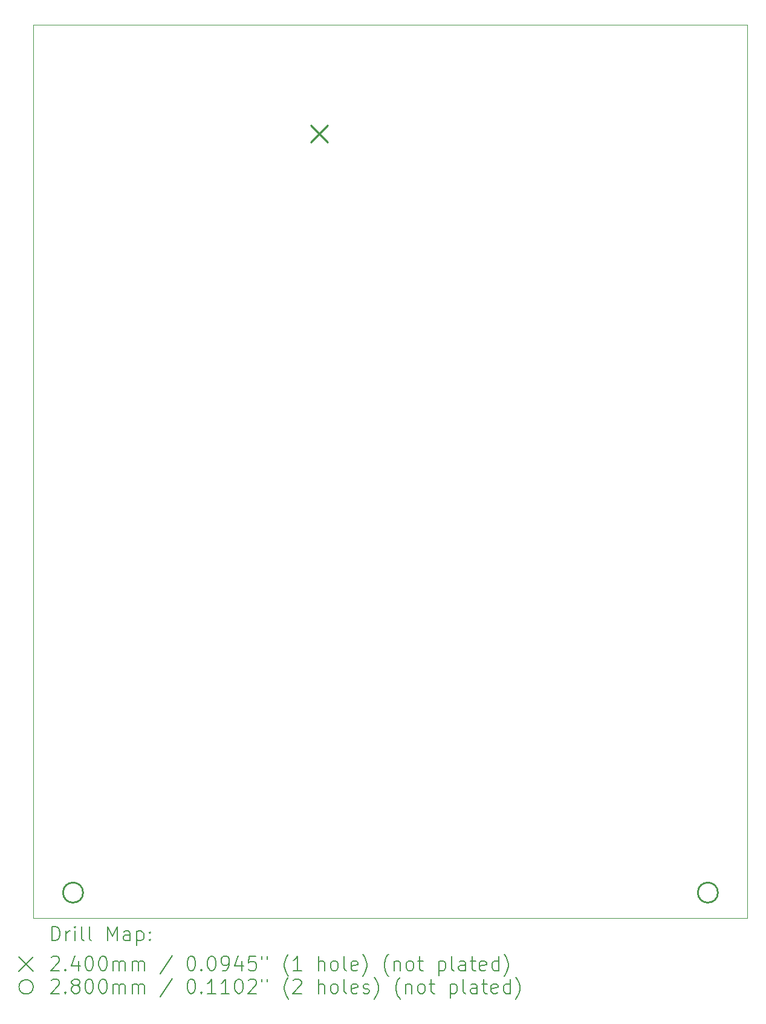
<source format=gbr>
%TF.GenerationSoftware,KiCad,Pcbnew,8.0.2*%
%TF.CreationDate,2025-02-22T15:39:26+01:00*%
%TF.ProjectId,enclosure,656e636c-6f73-4757-9265-2e6b69636164,1.0.0*%
%TF.SameCoordinates,Original*%
%TF.FileFunction,Drillmap*%
%TF.FilePolarity,Positive*%
%FSLAX45Y45*%
G04 Gerber Fmt 4.5, Leading zero omitted, Abs format (unit mm)*
G04 Created by KiCad (PCBNEW 8.0.2) date 2025-02-22 15:39:26*
%MOMM*%
%LPD*%
G01*
G04 APERTURE LIST*
%ADD10C,0.050000*%
%ADD11C,0.200000*%
%ADD12C,0.240000*%
%ADD13C,0.280000*%
G04 APERTURE END LIST*
D10*
X15000000Y-3975000D02*
X25000000Y-3975000D01*
X25000000Y-16475000D01*
X15000000Y-16475000D01*
X15000000Y-3975000D01*
D11*
D12*
X18880000Y-5380000D02*
X19120000Y-5620000D01*
X19120000Y-5380000D02*
X18880000Y-5620000D01*
D13*
X15695000Y-16118000D02*
G75*
G02*
X15415000Y-16118000I-140000J0D01*
G01*
X15415000Y-16118000D02*
G75*
G02*
X15695000Y-16118000I140000J0D01*
G01*
X24585000Y-16118000D02*
G75*
G02*
X24305000Y-16118000I-140000J0D01*
G01*
X24305000Y-16118000D02*
G75*
G02*
X24585000Y-16118000I140000J0D01*
G01*
D11*
X15258277Y-16788984D02*
X15258277Y-16588984D01*
X15258277Y-16588984D02*
X15305896Y-16588984D01*
X15305896Y-16588984D02*
X15334467Y-16598508D01*
X15334467Y-16598508D02*
X15353515Y-16617555D01*
X15353515Y-16617555D02*
X15363039Y-16636603D01*
X15363039Y-16636603D02*
X15372562Y-16674698D01*
X15372562Y-16674698D02*
X15372562Y-16703269D01*
X15372562Y-16703269D02*
X15363039Y-16741365D01*
X15363039Y-16741365D02*
X15353515Y-16760412D01*
X15353515Y-16760412D02*
X15334467Y-16779460D01*
X15334467Y-16779460D02*
X15305896Y-16788984D01*
X15305896Y-16788984D02*
X15258277Y-16788984D01*
X15458277Y-16788984D02*
X15458277Y-16655650D01*
X15458277Y-16693746D02*
X15467801Y-16674698D01*
X15467801Y-16674698D02*
X15477324Y-16665174D01*
X15477324Y-16665174D02*
X15496372Y-16655650D01*
X15496372Y-16655650D02*
X15515420Y-16655650D01*
X15582086Y-16788984D02*
X15582086Y-16655650D01*
X15582086Y-16588984D02*
X15572562Y-16598508D01*
X15572562Y-16598508D02*
X15582086Y-16608031D01*
X15582086Y-16608031D02*
X15591610Y-16598508D01*
X15591610Y-16598508D02*
X15582086Y-16588984D01*
X15582086Y-16588984D02*
X15582086Y-16608031D01*
X15705896Y-16788984D02*
X15686848Y-16779460D01*
X15686848Y-16779460D02*
X15677324Y-16760412D01*
X15677324Y-16760412D02*
X15677324Y-16588984D01*
X15810658Y-16788984D02*
X15791610Y-16779460D01*
X15791610Y-16779460D02*
X15782086Y-16760412D01*
X15782086Y-16760412D02*
X15782086Y-16588984D01*
X16039229Y-16788984D02*
X16039229Y-16588984D01*
X16039229Y-16588984D02*
X16105896Y-16731841D01*
X16105896Y-16731841D02*
X16172562Y-16588984D01*
X16172562Y-16588984D02*
X16172562Y-16788984D01*
X16353515Y-16788984D02*
X16353515Y-16684222D01*
X16353515Y-16684222D02*
X16343991Y-16665174D01*
X16343991Y-16665174D02*
X16324943Y-16655650D01*
X16324943Y-16655650D02*
X16286848Y-16655650D01*
X16286848Y-16655650D02*
X16267801Y-16665174D01*
X16353515Y-16779460D02*
X16334467Y-16788984D01*
X16334467Y-16788984D02*
X16286848Y-16788984D01*
X16286848Y-16788984D02*
X16267801Y-16779460D01*
X16267801Y-16779460D02*
X16258277Y-16760412D01*
X16258277Y-16760412D02*
X16258277Y-16741365D01*
X16258277Y-16741365D02*
X16267801Y-16722317D01*
X16267801Y-16722317D02*
X16286848Y-16712793D01*
X16286848Y-16712793D02*
X16334467Y-16712793D01*
X16334467Y-16712793D02*
X16353515Y-16703269D01*
X16448753Y-16655650D02*
X16448753Y-16855650D01*
X16448753Y-16665174D02*
X16467801Y-16655650D01*
X16467801Y-16655650D02*
X16505896Y-16655650D01*
X16505896Y-16655650D02*
X16524943Y-16665174D01*
X16524943Y-16665174D02*
X16534467Y-16674698D01*
X16534467Y-16674698D02*
X16543991Y-16693746D01*
X16543991Y-16693746D02*
X16543991Y-16750888D01*
X16543991Y-16750888D02*
X16534467Y-16769936D01*
X16534467Y-16769936D02*
X16524943Y-16779460D01*
X16524943Y-16779460D02*
X16505896Y-16788984D01*
X16505896Y-16788984D02*
X16467801Y-16788984D01*
X16467801Y-16788984D02*
X16448753Y-16779460D01*
X16629705Y-16769936D02*
X16639229Y-16779460D01*
X16639229Y-16779460D02*
X16629705Y-16788984D01*
X16629705Y-16788984D02*
X16620182Y-16779460D01*
X16620182Y-16779460D02*
X16629705Y-16769936D01*
X16629705Y-16769936D02*
X16629705Y-16788984D01*
X16629705Y-16665174D02*
X16639229Y-16674698D01*
X16639229Y-16674698D02*
X16629705Y-16684222D01*
X16629705Y-16684222D02*
X16620182Y-16674698D01*
X16620182Y-16674698D02*
X16629705Y-16665174D01*
X16629705Y-16665174D02*
X16629705Y-16684222D01*
X14797500Y-17017500D02*
X14997500Y-17217500D01*
X14997500Y-17017500D02*
X14797500Y-17217500D01*
X15248753Y-17028031D02*
X15258277Y-17018508D01*
X15258277Y-17018508D02*
X15277324Y-17008984D01*
X15277324Y-17008984D02*
X15324943Y-17008984D01*
X15324943Y-17008984D02*
X15343991Y-17018508D01*
X15343991Y-17018508D02*
X15353515Y-17028031D01*
X15353515Y-17028031D02*
X15363039Y-17047079D01*
X15363039Y-17047079D02*
X15363039Y-17066127D01*
X15363039Y-17066127D02*
X15353515Y-17094698D01*
X15353515Y-17094698D02*
X15239229Y-17208984D01*
X15239229Y-17208984D02*
X15363039Y-17208984D01*
X15448753Y-17189936D02*
X15458277Y-17199460D01*
X15458277Y-17199460D02*
X15448753Y-17208984D01*
X15448753Y-17208984D02*
X15439229Y-17199460D01*
X15439229Y-17199460D02*
X15448753Y-17189936D01*
X15448753Y-17189936D02*
X15448753Y-17208984D01*
X15629705Y-17075650D02*
X15629705Y-17208984D01*
X15582086Y-16999460D02*
X15534467Y-17142317D01*
X15534467Y-17142317D02*
X15658277Y-17142317D01*
X15772562Y-17008984D02*
X15791610Y-17008984D01*
X15791610Y-17008984D02*
X15810658Y-17018508D01*
X15810658Y-17018508D02*
X15820182Y-17028031D01*
X15820182Y-17028031D02*
X15829705Y-17047079D01*
X15829705Y-17047079D02*
X15839229Y-17085174D01*
X15839229Y-17085174D02*
X15839229Y-17132793D01*
X15839229Y-17132793D02*
X15829705Y-17170889D01*
X15829705Y-17170889D02*
X15820182Y-17189936D01*
X15820182Y-17189936D02*
X15810658Y-17199460D01*
X15810658Y-17199460D02*
X15791610Y-17208984D01*
X15791610Y-17208984D02*
X15772562Y-17208984D01*
X15772562Y-17208984D02*
X15753515Y-17199460D01*
X15753515Y-17199460D02*
X15743991Y-17189936D01*
X15743991Y-17189936D02*
X15734467Y-17170889D01*
X15734467Y-17170889D02*
X15724943Y-17132793D01*
X15724943Y-17132793D02*
X15724943Y-17085174D01*
X15724943Y-17085174D02*
X15734467Y-17047079D01*
X15734467Y-17047079D02*
X15743991Y-17028031D01*
X15743991Y-17028031D02*
X15753515Y-17018508D01*
X15753515Y-17018508D02*
X15772562Y-17008984D01*
X15963039Y-17008984D02*
X15982086Y-17008984D01*
X15982086Y-17008984D02*
X16001134Y-17018508D01*
X16001134Y-17018508D02*
X16010658Y-17028031D01*
X16010658Y-17028031D02*
X16020182Y-17047079D01*
X16020182Y-17047079D02*
X16029705Y-17085174D01*
X16029705Y-17085174D02*
X16029705Y-17132793D01*
X16029705Y-17132793D02*
X16020182Y-17170889D01*
X16020182Y-17170889D02*
X16010658Y-17189936D01*
X16010658Y-17189936D02*
X16001134Y-17199460D01*
X16001134Y-17199460D02*
X15982086Y-17208984D01*
X15982086Y-17208984D02*
X15963039Y-17208984D01*
X15963039Y-17208984D02*
X15943991Y-17199460D01*
X15943991Y-17199460D02*
X15934467Y-17189936D01*
X15934467Y-17189936D02*
X15924943Y-17170889D01*
X15924943Y-17170889D02*
X15915420Y-17132793D01*
X15915420Y-17132793D02*
X15915420Y-17085174D01*
X15915420Y-17085174D02*
X15924943Y-17047079D01*
X15924943Y-17047079D02*
X15934467Y-17028031D01*
X15934467Y-17028031D02*
X15943991Y-17018508D01*
X15943991Y-17018508D02*
X15963039Y-17008984D01*
X16115420Y-17208984D02*
X16115420Y-17075650D01*
X16115420Y-17094698D02*
X16124943Y-17085174D01*
X16124943Y-17085174D02*
X16143991Y-17075650D01*
X16143991Y-17075650D02*
X16172563Y-17075650D01*
X16172563Y-17075650D02*
X16191610Y-17085174D01*
X16191610Y-17085174D02*
X16201134Y-17104222D01*
X16201134Y-17104222D02*
X16201134Y-17208984D01*
X16201134Y-17104222D02*
X16210658Y-17085174D01*
X16210658Y-17085174D02*
X16229705Y-17075650D01*
X16229705Y-17075650D02*
X16258277Y-17075650D01*
X16258277Y-17075650D02*
X16277324Y-17085174D01*
X16277324Y-17085174D02*
X16286848Y-17104222D01*
X16286848Y-17104222D02*
X16286848Y-17208984D01*
X16382086Y-17208984D02*
X16382086Y-17075650D01*
X16382086Y-17094698D02*
X16391610Y-17085174D01*
X16391610Y-17085174D02*
X16410658Y-17075650D01*
X16410658Y-17075650D02*
X16439229Y-17075650D01*
X16439229Y-17075650D02*
X16458277Y-17085174D01*
X16458277Y-17085174D02*
X16467801Y-17104222D01*
X16467801Y-17104222D02*
X16467801Y-17208984D01*
X16467801Y-17104222D02*
X16477324Y-17085174D01*
X16477324Y-17085174D02*
X16496372Y-17075650D01*
X16496372Y-17075650D02*
X16524943Y-17075650D01*
X16524943Y-17075650D02*
X16543991Y-17085174D01*
X16543991Y-17085174D02*
X16553515Y-17104222D01*
X16553515Y-17104222D02*
X16553515Y-17208984D01*
X16943991Y-16999460D02*
X16772563Y-17256603D01*
X17201134Y-17008984D02*
X17220182Y-17008984D01*
X17220182Y-17008984D02*
X17239229Y-17018508D01*
X17239229Y-17018508D02*
X17248753Y-17028031D01*
X17248753Y-17028031D02*
X17258277Y-17047079D01*
X17258277Y-17047079D02*
X17267801Y-17085174D01*
X17267801Y-17085174D02*
X17267801Y-17132793D01*
X17267801Y-17132793D02*
X17258277Y-17170889D01*
X17258277Y-17170889D02*
X17248753Y-17189936D01*
X17248753Y-17189936D02*
X17239229Y-17199460D01*
X17239229Y-17199460D02*
X17220182Y-17208984D01*
X17220182Y-17208984D02*
X17201134Y-17208984D01*
X17201134Y-17208984D02*
X17182087Y-17199460D01*
X17182087Y-17199460D02*
X17172563Y-17189936D01*
X17172563Y-17189936D02*
X17163039Y-17170889D01*
X17163039Y-17170889D02*
X17153515Y-17132793D01*
X17153515Y-17132793D02*
X17153515Y-17085174D01*
X17153515Y-17085174D02*
X17163039Y-17047079D01*
X17163039Y-17047079D02*
X17172563Y-17028031D01*
X17172563Y-17028031D02*
X17182087Y-17018508D01*
X17182087Y-17018508D02*
X17201134Y-17008984D01*
X17353515Y-17189936D02*
X17363039Y-17199460D01*
X17363039Y-17199460D02*
X17353515Y-17208984D01*
X17353515Y-17208984D02*
X17343991Y-17199460D01*
X17343991Y-17199460D02*
X17353515Y-17189936D01*
X17353515Y-17189936D02*
X17353515Y-17208984D01*
X17486848Y-17008984D02*
X17505896Y-17008984D01*
X17505896Y-17008984D02*
X17524944Y-17018508D01*
X17524944Y-17018508D02*
X17534468Y-17028031D01*
X17534468Y-17028031D02*
X17543991Y-17047079D01*
X17543991Y-17047079D02*
X17553515Y-17085174D01*
X17553515Y-17085174D02*
X17553515Y-17132793D01*
X17553515Y-17132793D02*
X17543991Y-17170889D01*
X17543991Y-17170889D02*
X17534468Y-17189936D01*
X17534468Y-17189936D02*
X17524944Y-17199460D01*
X17524944Y-17199460D02*
X17505896Y-17208984D01*
X17505896Y-17208984D02*
X17486848Y-17208984D01*
X17486848Y-17208984D02*
X17467801Y-17199460D01*
X17467801Y-17199460D02*
X17458277Y-17189936D01*
X17458277Y-17189936D02*
X17448753Y-17170889D01*
X17448753Y-17170889D02*
X17439229Y-17132793D01*
X17439229Y-17132793D02*
X17439229Y-17085174D01*
X17439229Y-17085174D02*
X17448753Y-17047079D01*
X17448753Y-17047079D02*
X17458277Y-17028031D01*
X17458277Y-17028031D02*
X17467801Y-17018508D01*
X17467801Y-17018508D02*
X17486848Y-17008984D01*
X17648753Y-17208984D02*
X17686848Y-17208984D01*
X17686848Y-17208984D02*
X17705896Y-17199460D01*
X17705896Y-17199460D02*
X17715420Y-17189936D01*
X17715420Y-17189936D02*
X17734468Y-17161365D01*
X17734468Y-17161365D02*
X17743991Y-17123270D01*
X17743991Y-17123270D02*
X17743991Y-17047079D01*
X17743991Y-17047079D02*
X17734468Y-17028031D01*
X17734468Y-17028031D02*
X17724944Y-17018508D01*
X17724944Y-17018508D02*
X17705896Y-17008984D01*
X17705896Y-17008984D02*
X17667801Y-17008984D01*
X17667801Y-17008984D02*
X17648753Y-17018508D01*
X17648753Y-17018508D02*
X17639229Y-17028031D01*
X17639229Y-17028031D02*
X17629706Y-17047079D01*
X17629706Y-17047079D02*
X17629706Y-17094698D01*
X17629706Y-17094698D02*
X17639229Y-17113746D01*
X17639229Y-17113746D02*
X17648753Y-17123270D01*
X17648753Y-17123270D02*
X17667801Y-17132793D01*
X17667801Y-17132793D02*
X17705896Y-17132793D01*
X17705896Y-17132793D02*
X17724944Y-17123270D01*
X17724944Y-17123270D02*
X17734468Y-17113746D01*
X17734468Y-17113746D02*
X17743991Y-17094698D01*
X17915420Y-17075650D02*
X17915420Y-17208984D01*
X17867801Y-16999460D02*
X17820182Y-17142317D01*
X17820182Y-17142317D02*
X17943991Y-17142317D01*
X18115420Y-17008984D02*
X18020182Y-17008984D01*
X18020182Y-17008984D02*
X18010658Y-17104222D01*
X18010658Y-17104222D02*
X18020182Y-17094698D01*
X18020182Y-17094698D02*
X18039229Y-17085174D01*
X18039229Y-17085174D02*
X18086849Y-17085174D01*
X18086849Y-17085174D02*
X18105896Y-17094698D01*
X18105896Y-17094698D02*
X18115420Y-17104222D01*
X18115420Y-17104222D02*
X18124944Y-17123270D01*
X18124944Y-17123270D02*
X18124944Y-17170889D01*
X18124944Y-17170889D02*
X18115420Y-17189936D01*
X18115420Y-17189936D02*
X18105896Y-17199460D01*
X18105896Y-17199460D02*
X18086849Y-17208984D01*
X18086849Y-17208984D02*
X18039229Y-17208984D01*
X18039229Y-17208984D02*
X18020182Y-17199460D01*
X18020182Y-17199460D02*
X18010658Y-17189936D01*
X18201134Y-17008984D02*
X18201134Y-17047079D01*
X18277325Y-17008984D02*
X18277325Y-17047079D01*
X18572563Y-17285174D02*
X18563039Y-17275650D01*
X18563039Y-17275650D02*
X18543991Y-17247079D01*
X18543991Y-17247079D02*
X18534468Y-17228031D01*
X18534468Y-17228031D02*
X18524944Y-17199460D01*
X18524944Y-17199460D02*
X18515420Y-17151841D01*
X18515420Y-17151841D02*
X18515420Y-17113746D01*
X18515420Y-17113746D02*
X18524944Y-17066127D01*
X18524944Y-17066127D02*
X18534468Y-17037555D01*
X18534468Y-17037555D02*
X18543991Y-17018508D01*
X18543991Y-17018508D02*
X18563039Y-16989936D01*
X18563039Y-16989936D02*
X18572563Y-16980412D01*
X18753515Y-17208984D02*
X18639230Y-17208984D01*
X18696372Y-17208984D02*
X18696372Y-17008984D01*
X18696372Y-17008984D02*
X18677325Y-17037555D01*
X18677325Y-17037555D02*
X18658277Y-17056603D01*
X18658277Y-17056603D02*
X18639230Y-17066127D01*
X18991611Y-17208984D02*
X18991611Y-17008984D01*
X19077325Y-17208984D02*
X19077325Y-17104222D01*
X19077325Y-17104222D02*
X19067801Y-17085174D01*
X19067801Y-17085174D02*
X19048753Y-17075650D01*
X19048753Y-17075650D02*
X19020182Y-17075650D01*
X19020182Y-17075650D02*
X19001134Y-17085174D01*
X19001134Y-17085174D02*
X18991611Y-17094698D01*
X19201134Y-17208984D02*
X19182087Y-17199460D01*
X19182087Y-17199460D02*
X19172563Y-17189936D01*
X19172563Y-17189936D02*
X19163039Y-17170889D01*
X19163039Y-17170889D02*
X19163039Y-17113746D01*
X19163039Y-17113746D02*
X19172563Y-17094698D01*
X19172563Y-17094698D02*
X19182087Y-17085174D01*
X19182087Y-17085174D02*
X19201134Y-17075650D01*
X19201134Y-17075650D02*
X19229706Y-17075650D01*
X19229706Y-17075650D02*
X19248753Y-17085174D01*
X19248753Y-17085174D02*
X19258277Y-17094698D01*
X19258277Y-17094698D02*
X19267801Y-17113746D01*
X19267801Y-17113746D02*
X19267801Y-17170889D01*
X19267801Y-17170889D02*
X19258277Y-17189936D01*
X19258277Y-17189936D02*
X19248753Y-17199460D01*
X19248753Y-17199460D02*
X19229706Y-17208984D01*
X19229706Y-17208984D02*
X19201134Y-17208984D01*
X19382087Y-17208984D02*
X19363039Y-17199460D01*
X19363039Y-17199460D02*
X19353515Y-17180412D01*
X19353515Y-17180412D02*
X19353515Y-17008984D01*
X19534468Y-17199460D02*
X19515420Y-17208984D01*
X19515420Y-17208984D02*
X19477325Y-17208984D01*
X19477325Y-17208984D02*
X19458277Y-17199460D01*
X19458277Y-17199460D02*
X19448753Y-17180412D01*
X19448753Y-17180412D02*
X19448753Y-17104222D01*
X19448753Y-17104222D02*
X19458277Y-17085174D01*
X19458277Y-17085174D02*
X19477325Y-17075650D01*
X19477325Y-17075650D02*
X19515420Y-17075650D01*
X19515420Y-17075650D02*
X19534468Y-17085174D01*
X19534468Y-17085174D02*
X19543992Y-17104222D01*
X19543992Y-17104222D02*
X19543992Y-17123270D01*
X19543992Y-17123270D02*
X19448753Y-17142317D01*
X19610658Y-17285174D02*
X19620182Y-17275650D01*
X19620182Y-17275650D02*
X19639230Y-17247079D01*
X19639230Y-17247079D02*
X19648753Y-17228031D01*
X19648753Y-17228031D02*
X19658277Y-17199460D01*
X19658277Y-17199460D02*
X19667801Y-17151841D01*
X19667801Y-17151841D02*
X19667801Y-17113746D01*
X19667801Y-17113746D02*
X19658277Y-17066127D01*
X19658277Y-17066127D02*
X19648753Y-17037555D01*
X19648753Y-17037555D02*
X19639230Y-17018508D01*
X19639230Y-17018508D02*
X19620182Y-16989936D01*
X19620182Y-16989936D02*
X19610658Y-16980412D01*
X19972563Y-17285174D02*
X19963039Y-17275650D01*
X19963039Y-17275650D02*
X19943992Y-17247079D01*
X19943992Y-17247079D02*
X19934468Y-17228031D01*
X19934468Y-17228031D02*
X19924944Y-17199460D01*
X19924944Y-17199460D02*
X19915420Y-17151841D01*
X19915420Y-17151841D02*
X19915420Y-17113746D01*
X19915420Y-17113746D02*
X19924944Y-17066127D01*
X19924944Y-17066127D02*
X19934468Y-17037555D01*
X19934468Y-17037555D02*
X19943992Y-17018508D01*
X19943992Y-17018508D02*
X19963039Y-16989936D01*
X19963039Y-16989936D02*
X19972563Y-16980412D01*
X20048753Y-17075650D02*
X20048753Y-17208984D01*
X20048753Y-17094698D02*
X20058277Y-17085174D01*
X20058277Y-17085174D02*
X20077325Y-17075650D01*
X20077325Y-17075650D02*
X20105896Y-17075650D01*
X20105896Y-17075650D02*
X20124944Y-17085174D01*
X20124944Y-17085174D02*
X20134468Y-17104222D01*
X20134468Y-17104222D02*
X20134468Y-17208984D01*
X20258277Y-17208984D02*
X20239230Y-17199460D01*
X20239230Y-17199460D02*
X20229706Y-17189936D01*
X20229706Y-17189936D02*
X20220182Y-17170889D01*
X20220182Y-17170889D02*
X20220182Y-17113746D01*
X20220182Y-17113746D02*
X20229706Y-17094698D01*
X20229706Y-17094698D02*
X20239230Y-17085174D01*
X20239230Y-17085174D02*
X20258277Y-17075650D01*
X20258277Y-17075650D02*
X20286849Y-17075650D01*
X20286849Y-17075650D02*
X20305896Y-17085174D01*
X20305896Y-17085174D02*
X20315420Y-17094698D01*
X20315420Y-17094698D02*
X20324944Y-17113746D01*
X20324944Y-17113746D02*
X20324944Y-17170889D01*
X20324944Y-17170889D02*
X20315420Y-17189936D01*
X20315420Y-17189936D02*
X20305896Y-17199460D01*
X20305896Y-17199460D02*
X20286849Y-17208984D01*
X20286849Y-17208984D02*
X20258277Y-17208984D01*
X20382087Y-17075650D02*
X20458277Y-17075650D01*
X20410658Y-17008984D02*
X20410658Y-17180412D01*
X20410658Y-17180412D02*
X20420182Y-17199460D01*
X20420182Y-17199460D02*
X20439230Y-17208984D01*
X20439230Y-17208984D02*
X20458277Y-17208984D01*
X20677325Y-17075650D02*
X20677325Y-17275650D01*
X20677325Y-17085174D02*
X20696373Y-17075650D01*
X20696373Y-17075650D02*
X20734468Y-17075650D01*
X20734468Y-17075650D02*
X20753515Y-17085174D01*
X20753515Y-17085174D02*
X20763039Y-17094698D01*
X20763039Y-17094698D02*
X20772563Y-17113746D01*
X20772563Y-17113746D02*
X20772563Y-17170889D01*
X20772563Y-17170889D02*
X20763039Y-17189936D01*
X20763039Y-17189936D02*
X20753515Y-17199460D01*
X20753515Y-17199460D02*
X20734468Y-17208984D01*
X20734468Y-17208984D02*
X20696373Y-17208984D01*
X20696373Y-17208984D02*
X20677325Y-17199460D01*
X20886849Y-17208984D02*
X20867801Y-17199460D01*
X20867801Y-17199460D02*
X20858277Y-17180412D01*
X20858277Y-17180412D02*
X20858277Y-17008984D01*
X21048754Y-17208984D02*
X21048754Y-17104222D01*
X21048754Y-17104222D02*
X21039230Y-17085174D01*
X21039230Y-17085174D02*
X21020182Y-17075650D01*
X21020182Y-17075650D02*
X20982087Y-17075650D01*
X20982087Y-17075650D02*
X20963039Y-17085174D01*
X21048754Y-17199460D02*
X21029706Y-17208984D01*
X21029706Y-17208984D02*
X20982087Y-17208984D01*
X20982087Y-17208984D02*
X20963039Y-17199460D01*
X20963039Y-17199460D02*
X20953515Y-17180412D01*
X20953515Y-17180412D02*
X20953515Y-17161365D01*
X20953515Y-17161365D02*
X20963039Y-17142317D01*
X20963039Y-17142317D02*
X20982087Y-17132793D01*
X20982087Y-17132793D02*
X21029706Y-17132793D01*
X21029706Y-17132793D02*
X21048754Y-17123270D01*
X21115420Y-17075650D02*
X21191611Y-17075650D01*
X21143992Y-17008984D02*
X21143992Y-17180412D01*
X21143992Y-17180412D02*
X21153515Y-17199460D01*
X21153515Y-17199460D02*
X21172563Y-17208984D01*
X21172563Y-17208984D02*
X21191611Y-17208984D01*
X21334468Y-17199460D02*
X21315420Y-17208984D01*
X21315420Y-17208984D02*
X21277325Y-17208984D01*
X21277325Y-17208984D02*
X21258277Y-17199460D01*
X21258277Y-17199460D02*
X21248754Y-17180412D01*
X21248754Y-17180412D02*
X21248754Y-17104222D01*
X21248754Y-17104222D02*
X21258277Y-17085174D01*
X21258277Y-17085174D02*
X21277325Y-17075650D01*
X21277325Y-17075650D02*
X21315420Y-17075650D01*
X21315420Y-17075650D02*
X21334468Y-17085174D01*
X21334468Y-17085174D02*
X21343992Y-17104222D01*
X21343992Y-17104222D02*
X21343992Y-17123270D01*
X21343992Y-17123270D02*
X21248754Y-17142317D01*
X21515420Y-17208984D02*
X21515420Y-17008984D01*
X21515420Y-17199460D02*
X21496373Y-17208984D01*
X21496373Y-17208984D02*
X21458277Y-17208984D01*
X21458277Y-17208984D02*
X21439230Y-17199460D01*
X21439230Y-17199460D02*
X21429706Y-17189936D01*
X21429706Y-17189936D02*
X21420182Y-17170889D01*
X21420182Y-17170889D02*
X21420182Y-17113746D01*
X21420182Y-17113746D02*
X21429706Y-17094698D01*
X21429706Y-17094698D02*
X21439230Y-17085174D01*
X21439230Y-17085174D02*
X21458277Y-17075650D01*
X21458277Y-17075650D02*
X21496373Y-17075650D01*
X21496373Y-17075650D02*
X21515420Y-17085174D01*
X21591611Y-17285174D02*
X21601135Y-17275650D01*
X21601135Y-17275650D02*
X21620182Y-17247079D01*
X21620182Y-17247079D02*
X21629706Y-17228031D01*
X21629706Y-17228031D02*
X21639230Y-17199460D01*
X21639230Y-17199460D02*
X21648754Y-17151841D01*
X21648754Y-17151841D02*
X21648754Y-17113746D01*
X21648754Y-17113746D02*
X21639230Y-17066127D01*
X21639230Y-17066127D02*
X21629706Y-17037555D01*
X21629706Y-17037555D02*
X21620182Y-17018508D01*
X21620182Y-17018508D02*
X21601135Y-16989936D01*
X21601135Y-16989936D02*
X21591611Y-16980412D01*
X14997500Y-17437500D02*
G75*
G02*
X14797500Y-17437500I-100000J0D01*
G01*
X14797500Y-17437500D02*
G75*
G02*
X14997500Y-17437500I100000J0D01*
G01*
X15248753Y-17348031D02*
X15258277Y-17338508D01*
X15258277Y-17338508D02*
X15277324Y-17328984D01*
X15277324Y-17328984D02*
X15324943Y-17328984D01*
X15324943Y-17328984D02*
X15343991Y-17338508D01*
X15343991Y-17338508D02*
X15353515Y-17348031D01*
X15353515Y-17348031D02*
X15363039Y-17367079D01*
X15363039Y-17367079D02*
X15363039Y-17386127D01*
X15363039Y-17386127D02*
X15353515Y-17414698D01*
X15353515Y-17414698D02*
X15239229Y-17528984D01*
X15239229Y-17528984D02*
X15363039Y-17528984D01*
X15448753Y-17509936D02*
X15458277Y-17519460D01*
X15458277Y-17519460D02*
X15448753Y-17528984D01*
X15448753Y-17528984D02*
X15439229Y-17519460D01*
X15439229Y-17519460D02*
X15448753Y-17509936D01*
X15448753Y-17509936D02*
X15448753Y-17528984D01*
X15572562Y-17414698D02*
X15553515Y-17405174D01*
X15553515Y-17405174D02*
X15543991Y-17395650D01*
X15543991Y-17395650D02*
X15534467Y-17376603D01*
X15534467Y-17376603D02*
X15534467Y-17367079D01*
X15534467Y-17367079D02*
X15543991Y-17348031D01*
X15543991Y-17348031D02*
X15553515Y-17338508D01*
X15553515Y-17338508D02*
X15572562Y-17328984D01*
X15572562Y-17328984D02*
X15610658Y-17328984D01*
X15610658Y-17328984D02*
X15629705Y-17338508D01*
X15629705Y-17338508D02*
X15639229Y-17348031D01*
X15639229Y-17348031D02*
X15648753Y-17367079D01*
X15648753Y-17367079D02*
X15648753Y-17376603D01*
X15648753Y-17376603D02*
X15639229Y-17395650D01*
X15639229Y-17395650D02*
X15629705Y-17405174D01*
X15629705Y-17405174D02*
X15610658Y-17414698D01*
X15610658Y-17414698D02*
X15572562Y-17414698D01*
X15572562Y-17414698D02*
X15553515Y-17424222D01*
X15553515Y-17424222D02*
X15543991Y-17433746D01*
X15543991Y-17433746D02*
X15534467Y-17452793D01*
X15534467Y-17452793D02*
X15534467Y-17490889D01*
X15534467Y-17490889D02*
X15543991Y-17509936D01*
X15543991Y-17509936D02*
X15553515Y-17519460D01*
X15553515Y-17519460D02*
X15572562Y-17528984D01*
X15572562Y-17528984D02*
X15610658Y-17528984D01*
X15610658Y-17528984D02*
X15629705Y-17519460D01*
X15629705Y-17519460D02*
X15639229Y-17509936D01*
X15639229Y-17509936D02*
X15648753Y-17490889D01*
X15648753Y-17490889D02*
X15648753Y-17452793D01*
X15648753Y-17452793D02*
X15639229Y-17433746D01*
X15639229Y-17433746D02*
X15629705Y-17424222D01*
X15629705Y-17424222D02*
X15610658Y-17414698D01*
X15772562Y-17328984D02*
X15791610Y-17328984D01*
X15791610Y-17328984D02*
X15810658Y-17338508D01*
X15810658Y-17338508D02*
X15820182Y-17348031D01*
X15820182Y-17348031D02*
X15829705Y-17367079D01*
X15829705Y-17367079D02*
X15839229Y-17405174D01*
X15839229Y-17405174D02*
X15839229Y-17452793D01*
X15839229Y-17452793D02*
X15829705Y-17490889D01*
X15829705Y-17490889D02*
X15820182Y-17509936D01*
X15820182Y-17509936D02*
X15810658Y-17519460D01*
X15810658Y-17519460D02*
X15791610Y-17528984D01*
X15791610Y-17528984D02*
X15772562Y-17528984D01*
X15772562Y-17528984D02*
X15753515Y-17519460D01*
X15753515Y-17519460D02*
X15743991Y-17509936D01*
X15743991Y-17509936D02*
X15734467Y-17490889D01*
X15734467Y-17490889D02*
X15724943Y-17452793D01*
X15724943Y-17452793D02*
X15724943Y-17405174D01*
X15724943Y-17405174D02*
X15734467Y-17367079D01*
X15734467Y-17367079D02*
X15743991Y-17348031D01*
X15743991Y-17348031D02*
X15753515Y-17338508D01*
X15753515Y-17338508D02*
X15772562Y-17328984D01*
X15963039Y-17328984D02*
X15982086Y-17328984D01*
X15982086Y-17328984D02*
X16001134Y-17338508D01*
X16001134Y-17338508D02*
X16010658Y-17348031D01*
X16010658Y-17348031D02*
X16020182Y-17367079D01*
X16020182Y-17367079D02*
X16029705Y-17405174D01*
X16029705Y-17405174D02*
X16029705Y-17452793D01*
X16029705Y-17452793D02*
X16020182Y-17490889D01*
X16020182Y-17490889D02*
X16010658Y-17509936D01*
X16010658Y-17509936D02*
X16001134Y-17519460D01*
X16001134Y-17519460D02*
X15982086Y-17528984D01*
X15982086Y-17528984D02*
X15963039Y-17528984D01*
X15963039Y-17528984D02*
X15943991Y-17519460D01*
X15943991Y-17519460D02*
X15934467Y-17509936D01*
X15934467Y-17509936D02*
X15924943Y-17490889D01*
X15924943Y-17490889D02*
X15915420Y-17452793D01*
X15915420Y-17452793D02*
X15915420Y-17405174D01*
X15915420Y-17405174D02*
X15924943Y-17367079D01*
X15924943Y-17367079D02*
X15934467Y-17348031D01*
X15934467Y-17348031D02*
X15943991Y-17338508D01*
X15943991Y-17338508D02*
X15963039Y-17328984D01*
X16115420Y-17528984D02*
X16115420Y-17395650D01*
X16115420Y-17414698D02*
X16124943Y-17405174D01*
X16124943Y-17405174D02*
X16143991Y-17395650D01*
X16143991Y-17395650D02*
X16172563Y-17395650D01*
X16172563Y-17395650D02*
X16191610Y-17405174D01*
X16191610Y-17405174D02*
X16201134Y-17424222D01*
X16201134Y-17424222D02*
X16201134Y-17528984D01*
X16201134Y-17424222D02*
X16210658Y-17405174D01*
X16210658Y-17405174D02*
X16229705Y-17395650D01*
X16229705Y-17395650D02*
X16258277Y-17395650D01*
X16258277Y-17395650D02*
X16277324Y-17405174D01*
X16277324Y-17405174D02*
X16286848Y-17424222D01*
X16286848Y-17424222D02*
X16286848Y-17528984D01*
X16382086Y-17528984D02*
X16382086Y-17395650D01*
X16382086Y-17414698D02*
X16391610Y-17405174D01*
X16391610Y-17405174D02*
X16410658Y-17395650D01*
X16410658Y-17395650D02*
X16439229Y-17395650D01*
X16439229Y-17395650D02*
X16458277Y-17405174D01*
X16458277Y-17405174D02*
X16467801Y-17424222D01*
X16467801Y-17424222D02*
X16467801Y-17528984D01*
X16467801Y-17424222D02*
X16477324Y-17405174D01*
X16477324Y-17405174D02*
X16496372Y-17395650D01*
X16496372Y-17395650D02*
X16524943Y-17395650D01*
X16524943Y-17395650D02*
X16543991Y-17405174D01*
X16543991Y-17405174D02*
X16553515Y-17424222D01*
X16553515Y-17424222D02*
X16553515Y-17528984D01*
X16943991Y-17319460D02*
X16772563Y-17576603D01*
X17201134Y-17328984D02*
X17220182Y-17328984D01*
X17220182Y-17328984D02*
X17239229Y-17338508D01*
X17239229Y-17338508D02*
X17248753Y-17348031D01*
X17248753Y-17348031D02*
X17258277Y-17367079D01*
X17258277Y-17367079D02*
X17267801Y-17405174D01*
X17267801Y-17405174D02*
X17267801Y-17452793D01*
X17267801Y-17452793D02*
X17258277Y-17490889D01*
X17258277Y-17490889D02*
X17248753Y-17509936D01*
X17248753Y-17509936D02*
X17239229Y-17519460D01*
X17239229Y-17519460D02*
X17220182Y-17528984D01*
X17220182Y-17528984D02*
X17201134Y-17528984D01*
X17201134Y-17528984D02*
X17182087Y-17519460D01*
X17182087Y-17519460D02*
X17172563Y-17509936D01*
X17172563Y-17509936D02*
X17163039Y-17490889D01*
X17163039Y-17490889D02*
X17153515Y-17452793D01*
X17153515Y-17452793D02*
X17153515Y-17405174D01*
X17153515Y-17405174D02*
X17163039Y-17367079D01*
X17163039Y-17367079D02*
X17172563Y-17348031D01*
X17172563Y-17348031D02*
X17182087Y-17338508D01*
X17182087Y-17338508D02*
X17201134Y-17328984D01*
X17353515Y-17509936D02*
X17363039Y-17519460D01*
X17363039Y-17519460D02*
X17353515Y-17528984D01*
X17353515Y-17528984D02*
X17343991Y-17519460D01*
X17343991Y-17519460D02*
X17353515Y-17509936D01*
X17353515Y-17509936D02*
X17353515Y-17528984D01*
X17553515Y-17528984D02*
X17439229Y-17528984D01*
X17496372Y-17528984D02*
X17496372Y-17328984D01*
X17496372Y-17328984D02*
X17477325Y-17357555D01*
X17477325Y-17357555D02*
X17458277Y-17376603D01*
X17458277Y-17376603D02*
X17439229Y-17386127D01*
X17743991Y-17528984D02*
X17629706Y-17528984D01*
X17686848Y-17528984D02*
X17686848Y-17328984D01*
X17686848Y-17328984D02*
X17667801Y-17357555D01*
X17667801Y-17357555D02*
X17648753Y-17376603D01*
X17648753Y-17376603D02*
X17629706Y-17386127D01*
X17867801Y-17328984D02*
X17886849Y-17328984D01*
X17886849Y-17328984D02*
X17905896Y-17338508D01*
X17905896Y-17338508D02*
X17915420Y-17348031D01*
X17915420Y-17348031D02*
X17924944Y-17367079D01*
X17924944Y-17367079D02*
X17934468Y-17405174D01*
X17934468Y-17405174D02*
X17934468Y-17452793D01*
X17934468Y-17452793D02*
X17924944Y-17490889D01*
X17924944Y-17490889D02*
X17915420Y-17509936D01*
X17915420Y-17509936D02*
X17905896Y-17519460D01*
X17905896Y-17519460D02*
X17886849Y-17528984D01*
X17886849Y-17528984D02*
X17867801Y-17528984D01*
X17867801Y-17528984D02*
X17848753Y-17519460D01*
X17848753Y-17519460D02*
X17839229Y-17509936D01*
X17839229Y-17509936D02*
X17829706Y-17490889D01*
X17829706Y-17490889D02*
X17820182Y-17452793D01*
X17820182Y-17452793D02*
X17820182Y-17405174D01*
X17820182Y-17405174D02*
X17829706Y-17367079D01*
X17829706Y-17367079D02*
X17839229Y-17348031D01*
X17839229Y-17348031D02*
X17848753Y-17338508D01*
X17848753Y-17338508D02*
X17867801Y-17328984D01*
X18010658Y-17348031D02*
X18020182Y-17338508D01*
X18020182Y-17338508D02*
X18039229Y-17328984D01*
X18039229Y-17328984D02*
X18086849Y-17328984D01*
X18086849Y-17328984D02*
X18105896Y-17338508D01*
X18105896Y-17338508D02*
X18115420Y-17348031D01*
X18115420Y-17348031D02*
X18124944Y-17367079D01*
X18124944Y-17367079D02*
X18124944Y-17386127D01*
X18124944Y-17386127D02*
X18115420Y-17414698D01*
X18115420Y-17414698D02*
X18001134Y-17528984D01*
X18001134Y-17528984D02*
X18124944Y-17528984D01*
X18201134Y-17328984D02*
X18201134Y-17367079D01*
X18277325Y-17328984D02*
X18277325Y-17367079D01*
X18572563Y-17605174D02*
X18563039Y-17595650D01*
X18563039Y-17595650D02*
X18543991Y-17567079D01*
X18543991Y-17567079D02*
X18534468Y-17548031D01*
X18534468Y-17548031D02*
X18524944Y-17519460D01*
X18524944Y-17519460D02*
X18515420Y-17471841D01*
X18515420Y-17471841D02*
X18515420Y-17433746D01*
X18515420Y-17433746D02*
X18524944Y-17386127D01*
X18524944Y-17386127D02*
X18534468Y-17357555D01*
X18534468Y-17357555D02*
X18543991Y-17338508D01*
X18543991Y-17338508D02*
X18563039Y-17309936D01*
X18563039Y-17309936D02*
X18572563Y-17300412D01*
X18639230Y-17348031D02*
X18648753Y-17338508D01*
X18648753Y-17338508D02*
X18667801Y-17328984D01*
X18667801Y-17328984D02*
X18715420Y-17328984D01*
X18715420Y-17328984D02*
X18734468Y-17338508D01*
X18734468Y-17338508D02*
X18743991Y-17348031D01*
X18743991Y-17348031D02*
X18753515Y-17367079D01*
X18753515Y-17367079D02*
X18753515Y-17386127D01*
X18753515Y-17386127D02*
X18743991Y-17414698D01*
X18743991Y-17414698D02*
X18629706Y-17528984D01*
X18629706Y-17528984D02*
X18753515Y-17528984D01*
X18991611Y-17528984D02*
X18991611Y-17328984D01*
X19077325Y-17528984D02*
X19077325Y-17424222D01*
X19077325Y-17424222D02*
X19067801Y-17405174D01*
X19067801Y-17405174D02*
X19048753Y-17395650D01*
X19048753Y-17395650D02*
X19020182Y-17395650D01*
X19020182Y-17395650D02*
X19001134Y-17405174D01*
X19001134Y-17405174D02*
X18991611Y-17414698D01*
X19201134Y-17528984D02*
X19182087Y-17519460D01*
X19182087Y-17519460D02*
X19172563Y-17509936D01*
X19172563Y-17509936D02*
X19163039Y-17490889D01*
X19163039Y-17490889D02*
X19163039Y-17433746D01*
X19163039Y-17433746D02*
X19172563Y-17414698D01*
X19172563Y-17414698D02*
X19182087Y-17405174D01*
X19182087Y-17405174D02*
X19201134Y-17395650D01*
X19201134Y-17395650D02*
X19229706Y-17395650D01*
X19229706Y-17395650D02*
X19248753Y-17405174D01*
X19248753Y-17405174D02*
X19258277Y-17414698D01*
X19258277Y-17414698D02*
X19267801Y-17433746D01*
X19267801Y-17433746D02*
X19267801Y-17490889D01*
X19267801Y-17490889D02*
X19258277Y-17509936D01*
X19258277Y-17509936D02*
X19248753Y-17519460D01*
X19248753Y-17519460D02*
X19229706Y-17528984D01*
X19229706Y-17528984D02*
X19201134Y-17528984D01*
X19382087Y-17528984D02*
X19363039Y-17519460D01*
X19363039Y-17519460D02*
X19353515Y-17500412D01*
X19353515Y-17500412D02*
X19353515Y-17328984D01*
X19534468Y-17519460D02*
X19515420Y-17528984D01*
X19515420Y-17528984D02*
X19477325Y-17528984D01*
X19477325Y-17528984D02*
X19458277Y-17519460D01*
X19458277Y-17519460D02*
X19448753Y-17500412D01*
X19448753Y-17500412D02*
X19448753Y-17424222D01*
X19448753Y-17424222D02*
X19458277Y-17405174D01*
X19458277Y-17405174D02*
X19477325Y-17395650D01*
X19477325Y-17395650D02*
X19515420Y-17395650D01*
X19515420Y-17395650D02*
X19534468Y-17405174D01*
X19534468Y-17405174D02*
X19543992Y-17424222D01*
X19543992Y-17424222D02*
X19543992Y-17443270D01*
X19543992Y-17443270D02*
X19448753Y-17462317D01*
X19620182Y-17519460D02*
X19639230Y-17528984D01*
X19639230Y-17528984D02*
X19677325Y-17528984D01*
X19677325Y-17528984D02*
X19696373Y-17519460D01*
X19696373Y-17519460D02*
X19705896Y-17500412D01*
X19705896Y-17500412D02*
X19705896Y-17490889D01*
X19705896Y-17490889D02*
X19696373Y-17471841D01*
X19696373Y-17471841D02*
X19677325Y-17462317D01*
X19677325Y-17462317D02*
X19648753Y-17462317D01*
X19648753Y-17462317D02*
X19629706Y-17452793D01*
X19629706Y-17452793D02*
X19620182Y-17433746D01*
X19620182Y-17433746D02*
X19620182Y-17424222D01*
X19620182Y-17424222D02*
X19629706Y-17405174D01*
X19629706Y-17405174D02*
X19648753Y-17395650D01*
X19648753Y-17395650D02*
X19677325Y-17395650D01*
X19677325Y-17395650D02*
X19696373Y-17405174D01*
X19772563Y-17605174D02*
X19782087Y-17595650D01*
X19782087Y-17595650D02*
X19801134Y-17567079D01*
X19801134Y-17567079D02*
X19810658Y-17548031D01*
X19810658Y-17548031D02*
X19820182Y-17519460D01*
X19820182Y-17519460D02*
X19829706Y-17471841D01*
X19829706Y-17471841D02*
X19829706Y-17433746D01*
X19829706Y-17433746D02*
X19820182Y-17386127D01*
X19820182Y-17386127D02*
X19810658Y-17357555D01*
X19810658Y-17357555D02*
X19801134Y-17338508D01*
X19801134Y-17338508D02*
X19782087Y-17309936D01*
X19782087Y-17309936D02*
X19772563Y-17300412D01*
X20134468Y-17605174D02*
X20124944Y-17595650D01*
X20124944Y-17595650D02*
X20105896Y-17567079D01*
X20105896Y-17567079D02*
X20096373Y-17548031D01*
X20096373Y-17548031D02*
X20086849Y-17519460D01*
X20086849Y-17519460D02*
X20077325Y-17471841D01*
X20077325Y-17471841D02*
X20077325Y-17433746D01*
X20077325Y-17433746D02*
X20086849Y-17386127D01*
X20086849Y-17386127D02*
X20096373Y-17357555D01*
X20096373Y-17357555D02*
X20105896Y-17338508D01*
X20105896Y-17338508D02*
X20124944Y-17309936D01*
X20124944Y-17309936D02*
X20134468Y-17300412D01*
X20210658Y-17395650D02*
X20210658Y-17528984D01*
X20210658Y-17414698D02*
X20220182Y-17405174D01*
X20220182Y-17405174D02*
X20239230Y-17395650D01*
X20239230Y-17395650D02*
X20267801Y-17395650D01*
X20267801Y-17395650D02*
X20286849Y-17405174D01*
X20286849Y-17405174D02*
X20296373Y-17424222D01*
X20296373Y-17424222D02*
X20296373Y-17528984D01*
X20420182Y-17528984D02*
X20401134Y-17519460D01*
X20401134Y-17519460D02*
X20391611Y-17509936D01*
X20391611Y-17509936D02*
X20382087Y-17490889D01*
X20382087Y-17490889D02*
X20382087Y-17433746D01*
X20382087Y-17433746D02*
X20391611Y-17414698D01*
X20391611Y-17414698D02*
X20401134Y-17405174D01*
X20401134Y-17405174D02*
X20420182Y-17395650D01*
X20420182Y-17395650D02*
X20448754Y-17395650D01*
X20448754Y-17395650D02*
X20467801Y-17405174D01*
X20467801Y-17405174D02*
X20477325Y-17414698D01*
X20477325Y-17414698D02*
X20486849Y-17433746D01*
X20486849Y-17433746D02*
X20486849Y-17490889D01*
X20486849Y-17490889D02*
X20477325Y-17509936D01*
X20477325Y-17509936D02*
X20467801Y-17519460D01*
X20467801Y-17519460D02*
X20448754Y-17528984D01*
X20448754Y-17528984D02*
X20420182Y-17528984D01*
X20543992Y-17395650D02*
X20620182Y-17395650D01*
X20572563Y-17328984D02*
X20572563Y-17500412D01*
X20572563Y-17500412D02*
X20582087Y-17519460D01*
X20582087Y-17519460D02*
X20601134Y-17528984D01*
X20601134Y-17528984D02*
X20620182Y-17528984D01*
X20839230Y-17395650D02*
X20839230Y-17595650D01*
X20839230Y-17405174D02*
X20858277Y-17395650D01*
X20858277Y-17395650D02*
X20896373Y-17395650D01*
X20896373Y-17395650D02*
X20915420Y-17405174D01*
X20915420Y-17405174D02*
X20924944Y-17414698D01*
X20924944Y-17414698D02*
X20934468Y-17433746D01*
X20934468Y-17433746D02*
X20934468Y-17490889D01*
X20934468Y-17490889D02*
X20924944Y-17509936D01*
X20924944Y-17509936D02*
X20915420Y-17519460D01*
X20915420Y-17519460D02*
X20896373Y-17528984D01*
X20896373Y-17528984D02*
X20858277Y-17528984D01*
X20858277Y-17528984D02*
X20839230Y-17519460D01*
X21048754Y-17528984D02*
X21029706Y-17519460D01*
X21029706Y-17519460D02*
X21020182Y-17500412D01*
X21020182Y-17500412D02*
X21020182Y-17328984D01*
X21210658Y-17528984D02*
X21210658Y-17424222D01*
X21210658Y-17424222D02*
X21201135Y-17405174D01*
X21201135Y-17405174D02*
X21182087Y-17395650D01*
X21182087Y-17395650D02*
X21143992Y-17395650D01*
X21143992Y-17395650D02*
X21124944Y-17405174D01*
X21210658Y-17519460D02*
X21191611Y-17528984D01*
X21191611Y-17528984D02*
X21143992Y-17528984D01*
X21143992Y-17528984D02*
X21124944Y-17519460D01*
X21124944Y-17519460D02*
X21115420Y-17500412D01*
X21115420Y-17500412D02*
X21115420Y-17481365D01*
X21115420Y-17481365D02*
X21124944Y-17462317D01*
X21124944Y-17462317D02*
X21143992Y-17452793D01*
X21143992Y-17452793D02*
X21191611Y-17452793D01*
X21191611Y-17452793D02*
X21210658Y-17443270D01*
X21277325Y-17395650D02*
X21353515Y-17395650D01*
X21305896Y-17328984D02*
X21305896Y-17500412D01*
X21305896Y-17500412D02*
X21315420Y-17519460D01*
X21315420Y-17519460D02*
X21334468Y-17528984D01*
X21334468Y-17528984D02*
X21353515Y-17528984D01*
X21496373Y-17519460D02*
X21477325Y-17528984D01*
X21477325Y-17528984D02*
X21439230Y-17528984D01*
X21439230Y-17528984D02*
X21420182Y-17519460D01*
X21420182Y-17519460D02*
X21410658Y-17500412D01*
X21410658Y-17500412D02*
X21410658Y-17424222D01*
X21410658Y-17424222D02*
X21420182Y-17405174D01*
X21420182Y-17405174D02*
X21439230Y-17395650D01*
X21439230Y-17395650D02*
X21477325Y-17395650D01*
X21477325Y-17395650D02*
X21496373Y-17405174D01*
X21496373Y-17405174D02*
X21505896Y-17424222D01*
X21505896Y-17424222D02*
X21505896Y-17443270D01*
X21505896Y-17443270D02*
X21410658Y-17462317D01*
X21677325Y-17528984D02*
X21677325Y-17328984D01*
X21677325Y-17519460D02*
X21658277Y-17528984D01*
X21658277Y-17528984D02*
X21620182Y-17528984D01*
X21620182Y-17528984D02*
X21601135Y-17519460D01*
X21601135Y-17519460D02*
X21591611Y-17509936D01*
X21591611Y-17509936D02*
X21582087Y-17490889D01*
X21582087Y-17490889D02*
X21582087Y-17433746D01*
X21582087Y-17433746D02*
X21591611Y-17414698D01*
X21591611Y-17414698D02*
X21601135Y-17405174D01*
X21601135Y-17405174D02*
X21620182Y-17395650D01*
X21620182Y-17395650D02*
X21658277Y-17395650D01*
X21658277Y-17395650D02*
X21677325Y-17405174D01*
X21753516Y-17605174D02*
X21763039Y-17595650D01*
X21763039Y-17595650D02*
X21782087Y-17567079D01*
X21782087Y-17567079D02*
X21791611Y-17548031D01*
X21791611Y-17548031D02*
X21801135Y-17519460D01*
X21801135Y-17519460D02*
X21810658Y-17471841D01*
X21810658Y-17471841D02*
X21810658Y-17433746D01*
X21810658Y-17433746D02*
X21801135Y-17386127D01*
X21801135Y-17386127D02*
X21791611Y-17357555D01*
X21791611Y-17357555D02*
X21782087Y-17338508D01*
X21782087Y-17338508D02*
X21763039Y-17309936D01*
X21763039Y-17309936D02*
X21753516Y-17300412D01*
M02*

</source>
